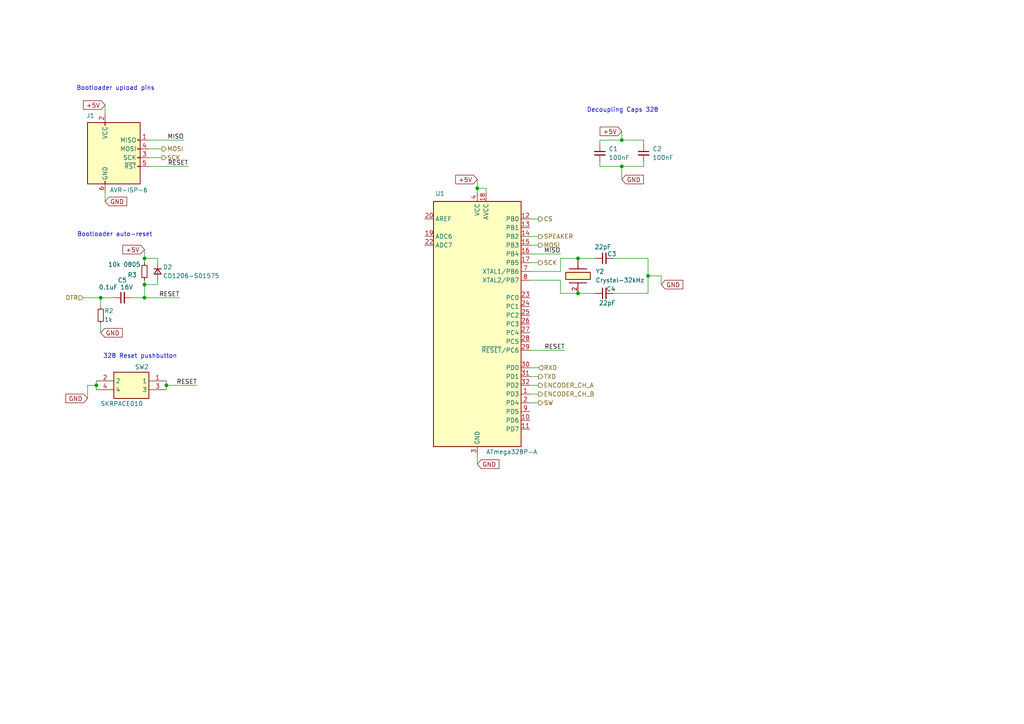
<source format=kicad_sch>
(kicad_sch (version 20250114) (generator "eeschema") (generator_version "9.0")
  (paper "A4")
  (title_block (title "Kitchen_Timer - Microcontroller") (date "2025-01-26") (rev "v01") (comment 2 "creativecommons.org/licences/4.0/") (comment 3 "Licence: CC BY 4.0") (comment 4 "Author: Nicolas Perozzi"))
  (lib_symbols
    (symbol "Connector:AVR-ISP-6" (pin_names (offset 1.016))
      (property "Reference" "J" (at -6.35 11.43 0))
      (property "Value" "AVR-ISP-6" (at 0 11.43 0))
      (symbol "AVR-ISP-6_0_1"
        (rectangle (start -2.667 10.16) (end -2.413 9.398))
        (rectangle (start -2.667 -6.858) (end -2.413 -7.62))
        (rectangle (start 7.62 10.16) (end -7.62 -7.62) (stroke (width 0.254)) (fill (type background)))
        (rectangle (start 7.62 5.207) (end 6.858 4.953))
        (rectangle (start 7.62 2.667) (end 6.858 2.413))
        (rectangle (start 7.62 0.127) (end 6.858 -0.127))
        (rectangle (start 7.62 -2.413) (end 6.858 -2.667))
      )
      (symbol "AVR-ISP-6_1_1"
        (pin passive line (at -2.54 12.7 270) (length 2.54) (name "VCC") (number "2"))
        (pin passive line (at -2.54 -10.16 90) (length 2.54) (name "GND") (number "6"))
        (pin passive line (at 10.16 5.08 180) (length 2.54) (name "MISO") (number "1"))
        (pin passive line (at 10.16 2.54 180) (length 2.54) (name "MOSI") (number "4"))
        (pin passive line (at 10.16 0 180) (length 2.54) (name "SCK") (number "3"))
        (pin passive line (at 10.16 -2.54 180) (length 2.54) (name "~{RST}") (number "5"))
      )
    )
    (symbol "Device:C_Small" (pin_numbers (hide yes)) (pin_names (offset 0.254) (hide yes))
      (property "Reference" "C" (at 0.254 1.778 0))
      (property "Value" "C_Small" (at 0.254 -2.032 0))
      (symbol "C_Small_0_1"
        (polyline (pts (xy -1.524 0.508) (xy 1.524 0.508)) (stroke (width 0.3048)))
        (polyline (pts (xy -1.524 -0.508) (xy 1.524 -0.508)) (stroke (width 0.3302)))
      )
      (symbol "C_Small_1_1"
        (pin passive line (at 0 2.54 270) (length 2.032) (name "~") (number "1"))
        (pin passive line (at 0 -2.54 90) (length 2.032) (name "~") (number "2"))
      )
    )
    (symbol "Device:D_Small" (pin_numbers (hide yes)) (pin_names (offset 0.254) (hide yes))
      (property "Reference" "D" (at -1.27 2.032 0))
      (property "Value" "D_Small" (at -3.81 -2.032 0))
      (symbol "D_Small_0_1"
        (polyline (pts (xy -0.762 0) (xy 0.762 0)))
        (polyline (pts (xy -0.762 -1.016) (xy -0.762 1.016)) (stroke (width 0.254)))
        (polyline (pts (xy 0.762 -1.016) (xy -0.762 0) (xy 0.762 1.016) (xy 0.762 -1.016)) (stroke (width 0.254)))
      )
      (symbol "D_Small_1_1"
        (pin passive line (at -2.54 0 0) (length 1.778) (name "K") (number "1"))
        (pin passive line (at 2.54 0 180) (length 1.778) (name "A") (number "2"))
      )
    )
    (symbol "Device:R_Small" (pin_numbers (hide yes)) (pin_names (offset 0.254) (hide yes))
      (property "Reference" "R" (at 0.762 0.508 0))
      (property "Value" "R_Small" (at 0.762 -1.016 0))
      (symbol "R_Small_0_1"
        (rectangle (start -0.762 1.778) (end 0.762 -1.778) (stroke (width 0.2032)))
      )
      (symbol "R_Small_1_1"
        (pin passive line (at 0 2.54 270) (length 0.762) (name "~") (number "1"))
        (pin passive line (at 0 -2.54 90) (length 0.762) (name "~") (number "2"))
      )
    )
    (symbol "MCU_Microchip_ATmega:ATmega328P-A"
      (property "Reference" "U" (at -12.7 36.83 0))
      (property "Value" "ATmega328P-A" (at 2.54 -36.83 0))
      (symbol "ATmega328P-A_0_1"
        (rectangle (start -12.7 -35.56) (end 12.7 35.56) (stroke (width 0.254)) (fill (type background)))
      )
      (symbol "ATmega328P-A_1_1"
        (pin passive line (at -15.24 30.48 0) (length 2.54) (name "AREF") (number "20"))
        (pin input line (at -15.24 25.4 0) (length 2.54) (name "ADC6") (number "19"))
        (pin input line (at -15.24 22.86 0) (length 2.54) (name "ADC7") (number "22"))
        (pin power_in line (at 0 38.1 270) (length 2.54) (name "VCC") (number "4"))
        (pin passive line (at 0 38.1 270) (length 2.54) (hide yes) (name "VCC") (number "6"))
        (pin passive line (at 0 -38.1 90) (length 2.54) (hide yes) (name "GND") (number "21"))
        (pin power_in line (at 0 -38.1 90) (length 2.54) (name "GND") (number "3"))
        (pin passive line (at 0 -38.1 90) (length 2.54) (hide yes) (name "GND") (number "5"))
        (pin power_in line (at 2.54 38.1 270) (length 2.54) (name "AVCC") (number "18"))
        (pin bidirectional line (at 15.24 30.48 180) (length 2.54) (name "PB0") (number "12"))
        (pin bidirectional line (at 15.24 27.94 180) (length 2.54) (name "PB1") (number "13"))
        (pin bidirectional line (at 15.24 25.4 180) (length 2.54) (name "PB2") (number "14"))
        (pin bidirectional line (at 15.24 22.86 180) (length 2.54) (name "PB3") (number "15"))
        (pin bidirectional line (at 15.24 20.32 180) (length 2.54) (name "PB4") (number "16"))
        (pin bidirectional line (at 15.24 17.78 180) (length 2.54) (name "PB5") (number "17"))
        (pin bidirectional line (at 15.24 15.24 180) (length 2.54) (name "XTAL1/PB6") (number "7"))
        (pin bidirectional line (at 15.24 12.7 180) (length 2.54) (name "XTAL2/PB7") (number "8"))
        (pin bidirectional line (at 15.24 7.62 180) (length 2.54) (name "PC0") (number "23"))
        (pin bidirectional line (at 15.24 5.08 180) (length 2.54) (name "PC1") (number "24"))
        (pin bidirectional line (at 15.24 2.54 180) (length 2.54) (name "PC2") (number "25"))
        (pin bidirectional line (at 15.24 0 180) (length 2.54) (name "PC3") (number "26"))
        (pin bidirectional line (at 15.24 -2.54 180) (length 2.54) (name "PC4") (number "27"))
        (pin bidirectional line (at 15.24 -5.08 180) (length 2.54) (name "PC5") (number "28"))
        (pin bidirectional line (at 15.24 -7.62 180) (length 2.54) (name "~{RESET}/PC6") (number "29"))
        (pin bidirectional line (at 15.24 -12.7 180) (length 2.54) (name "PD0") (number "30"))
        (pin bidirectional line (at 15.24 -15.24 180) (length 2.54) (name "PD1") (number "31"))
        (pin bidirectional line (at 15.24 -17.78 180) (length 2.54) (name "PD2") (number "32"))
        (pin bidirectional line (at 15.24 -20.32 180) (length 2.54) (name "PD3") (number "1"))
        (pin bidirectional line (at 15.24 -22.86 180) (length 2.54) (name "PD4") (number "2"))
        (pin bidirectional line (at 15.24 -25.4 180) (length 2.54) (name "PD5") (number "9"))
        (pin bidirectional line (at 15.24 -27.94 180) (length 2.54) (name "PD6") (number "10"))
        (pin bidirectional line (at 15.24 -30.48 180) (length 2.54) (name "PD7") (number "11"))
      )
    )
    (symbol "kitchen_timer-symbols_lib:FL26T2-32.000" (pin_names (hide yes))
      (property "Reference" "Y" (at 2.54 6.604 0))
      (property "Value" "FL26T2-32.000" (at 3.556 -4.572 0))
      (symbol "FL26T2-32.000_1_1"
        (polyline (pts (xy 3.048 2.54) (xy 3.048 -2.54)) (stroke (width 0.254)))
        (polyline (pts (xy 3.048 0) (xy 2.54 0)) (stroke (width 0.254)))
        (rectangle (start 4.064 3.556) (end 6.096 -3.556) (stroke (width 0.254)) (fill (type background)))
        (polyline (pts (xy 7.112 2.54) (xy 7.112 -2.54)) (stroke (width 0.254)))
        (polyline (pts (xy 7.112 0) (xy 7.62 0)) (stroke (width 0.254)))
        (pin passive line (at 0 0 0) (length 2.54) (name "CRYSTAL_2") (number "2"))
        (pin passive line (at 10.16 0 180) (length 2.54) (name "") (number ""))
      )
    )
    (symbol "kitchen_timer-symbols_lib:SKRPACE010"
      (property "Reference" "SW" (at 5.334 4.318 0))
      (property "Value" "SKRPACE010" (at 5.334 -5.842 0))
      (symbol "SKRPACE010_1_1"
        (rectangle (start 5.08 2.54) (end 15.24 -5.08) (stroke (width 0.254)) (fill (type background)))
        (pin passive line (at 0 0 0) (length 5.08) (name "1") (number "1"))
        (pin passive line (at 0 -2.54 0) (length 5.08) (name "3") (number "3"))
        (pin passive line (at 20.32 0 180) (length 5.08) (name "2") (number "2"))
        (pin passive line (at 20.32 -2.54 180) (length 5.08) (name "4") (number "4"))
      )
    )
  )
  (text "Bootloader auto-reset" (at 33.274 68.072 0) (effects (font (size 1.27 1.27))))
  (text "Decoupling Caps 328" (at 180.594 32.004 0) (effects (font (size 1.27 1.27))))
  (text "328 Reset pushbutton" (at 40.64 103.378 0) (effects (font (size 1.27 1.27))))
  (text "Bootloader upload pins" (at 33.528 25.654 0) (effects (font (size 1.27 1.27))))
  (junction (at 41.91 82.55))
  (junction (at 138.43 54.61))
  (junction (at 41.91 86.36))
  (junction (at 29.21 86.36))
  (junction (at 187.96 80.01))
  (junction (at 180.34 48.26))
  (junction (at 167.64 85.09))
  (junction (at 180.34 40.64))
  (junction (at 167.64 74.93))
  (junction (at 41.91 74.93))
  (junction (at 27.94 111.76))
  (junction (at 48.26 111.76))
  (wire (pts (xy 41.91 82.55) (xy 45.72 82.55)))
  (wire (pts (xy 153.67 68.58) (xy 156.21 68.58)))
  (wire (pts (xy 153.67 78.74) (xy 162.56 78.74)))
  (wire (pts (xy 187.96 80.01) (xy 187.96 85.09)))
  (wire (pts (xy 156.21 116.84) (xy 153.67 116.84)))
  (wire (pts (xy 43.18 43.18) (xy 46.99 43.18)))
  (wire (pts (xy 140.97 54.61) (xy 138.43 54.61)))
  (wire (pts (xy 57.15 111.76) (xy 48.26 111.76)))
  (wire (pts (xy 191.77 80.01) (xy 191.77 82.55)))
  (wire (pts (xy 41.91 74.93) (xy 41.91 76.2)))
  (wire (pts (xy 186.69 46.99) (xy 186.69 48.26)))
  (wire (pts (xy 186.69 40.64) (xy 186.69 41.91)))
  (wire (pts (xy 156.21 106.68) (xy 153.67 106.68)))
  (wire (pts (xy 25.4 111.76) (xy 25.4 115.57)))
  (wire (pts (xy 29.21 86.36) (xy 29.21 88.9)))
  (wire (pts (xy 140.97 55.88) (xy 140.97 54.61)))
  (wire (pts (xy 30.48 55.88) (xy 30.48 58.42)))
  (wire (pts (xy 180.34 38.1) (xy 180.34 40.64)))
  (wire (pts (xy 138.43 132.08) (xy 138.43 134.62)))
  (wire (pts (xy 173.99 40.64) (xy 180.34 40.64)))
  (wire (pts (xy 180.34 48.26) (xy 186.69 48.26)))
  (wire (pts (xy 41.91 86.36) (xy 41.91 82.55)))
  (wire (pts (xy 41.91 72.39) (xy 41.91 74.93)))
  (wire (pts (xy 162.56 85.09) (xy 167.64 85.09)))
  (wire (pts (xy 156.21 109.22) (xy 153.67 109.22)))
  (wire (pts (xy 138.43 54.61) (xy 138.43 55.88)))
  (wire (pts (xy 191.77 80.01) (xy 187.96 80.01)))
  (wire (pts (xy 173.99 46.99) (xy 173.99 48.26)))
  (wire (pts (xy 30.48 30.48) (xy 30.48 33.02)))
  (wire (pts (xy 173.99 48.26) (xy 180.34 48.26)))
  (wire (pts (xy 29.21 93.98) (xy 29.21 96.52)))
  (wire (pts (xy 156.21 114.3) (xy 153.67 114.3)))
  (wire (pts (xy 45.72 74.93) (xy 45.72 76.2)))
  (wire (pts (xy 162.56 81.28) (xy 153.67 81.28)))
  (wire (pts (xy 38.1 86.36) (xy 41.91 86.36)))
  (wire (pts (xy 173.99 41.91) (xy 173.99 40.64)))
  (wire (pts (xy 153.67 101.6) (xy 163.83 101.6)))
  (wire (pts (xy 43.18 40.64) (xy 53.34 40.64)))
  (wire (pts (xy 187.96 85.09) (xy 177.8 85.09)))
  (wire (pts (xy 162.56 74.93) (xy 162.56 78.74)))
  (wire (pts (xy 138.43 52.07) (xy 138.43 54.61)))
  (wire (pts (xy 43.18 45.72) (xy 46.99 45.72)))
  (wire (pts (xy 153.67 73.66) (xy 162.56 73.66)))
  (wire (pts (xy 153.67 63.5) (xy 156.21 63.5)))
  (wire (pts (xy 180.34 40.64) (xy 186.69 40.64)))
  (wire (pts (xy 180.34 48.26) (xy 180.34 52.07)))
  (wire (pts (xy 187.96 74.93) (xy 187.96 80.01)))
  (wire (pts (xy 153.67 76.2) (xy 156.21 76.2)))
  (wire (pts (xy 41.91 86.36) (xy 52.07 86.36)))
  (wire (pts (xy 153.67 71.12) (xy 156.21 71.12)))
  (wire (pts (xy 156.21 111.76) (xy 153.67 111.76)))
  (wire (pts (xy 41.91 82.55) (xy 41.91 81.28)))
  (wire (pts (xy 27.94 111.76) (xy 25.4 111.76)))
  (wire (pts (xy 27.94 111.76) (xy 27.94 113.03)))
  (wire (pts (xy 177.8 74.93) (xy 187.96 74.93)))
  (wire (pts (xy 162.56 81.28) (xy 162.56 85.09)))
  (wire (pts (xy 41.91 74.93) (xy 45.72 74.93)))
  (wire (pts (xy 167.64 74.93) (xy 172.72 74.93)))
  (wire (pts (xy 45.72 82.55) (xy 45.72 81.28)))
  (wire (pts (xy 27.94 110.49) (xy 27.94 111.76)))
  (wire (pts (xy 48.26 110.49) (xy 48.26 111.76)))
  (wire (pts (xy 48.26 111.76) (xy 48.26 113.03)))
  (wire (pts (xy 43.18 48.26) (xy 54.61 48.26)))
  (wire (pts (xy 29.21 86.36) (xy 33.02 86.36)))
  (wire (pts (xy 24.13 86.36) (xy 29.21 86.36)))
  (wire (pts (xy 162.56 74.93) (xy 167.64 74.93)))
  (wire (pts (xy 167.64 85.09) (xy 172.72 85.09)))
  (label "MISO" (at 162.56 73.66 180))
  (label "RESET" (at 163.83 101.6 180))
  (label "RESET" (at 57.15 111.76 180))
  (label "MISO" (at 53.34 40.64 180))
  (label "RESET" (at 54.61 48.26 180))
  (label "RESET" (at 52.07 86.36 180))
  (global_label "+5V" (shape input) (at 180.34 38.1 180) (property "Intersheetrefs" "${INTERSHEET_REFS}" (effects (hide yes))))
  (global_label "GND" (shape input) (at 30.48 58.42 0) (property "Intersheetrefs" "${INTERSHEET_REFS}" (effects (hide yes))))
  (global_label "GND" (shape input) (at 138.43 134.62 0) (property "Intersheetrefs" "${INTERSHEET_REFS}" (effects (hide yes))))
  (global_label "+5V" (shape input) (at 30.48 30.48 180) (property "Intersheetrefs" "${INTERSHEET_REFS}" (effects (hide yes))))
  (global_label "GND" (shape input) (at 25.4 115.57 180) (property "Intersheetrefs" "${INTERSHEET_REFS}" (effects (hide yes))))
  (global_label "+5V" (shape input) (at 138.43 52.07 180) (property "Intersheetrefs" "${INTERSHEET_REFS}" (effects (hide yes))))
  (global_label "GND" (shape input) (at 29.21 96.52 0) (property "Intersheetrefs" "${INTERSHEET_REFS}" (effects (hide yes))))
  (global_label "+5V" (shape input) (at 41.91 72.39 180) (property "Intersheetrefs" "${INTERSHEET_REFS}" (effects (hide yes))))
  (global_label "GND" (shape input) (at 191.77 82.55 0) (property "Intersheetrefs" "${INTERSHEET_REFS}" (effects (hide yes))))
  (global_label "GND" (shape input) (at 180.34 52.07 0) (property "Intersheetrefs" "${INTERSHEET_REFS}" (effects (hide yes))))
  (hierarchical_label "SCK" (shape output) (at 46.99 45.72 0))
  (hierarchical_label "DTR" (shape input) (at 24.13 86.36 180))
  (hierarchical_label "TXD" (shape output) (at 156.21 109.22 0))
  (hierarchical_label "MOSI" (shape output) (at 46.99 43.18 0))
  (hierarchical_label "RXD" (shape input) (at 156.21 106.68 0))
  (hierarchical_label "SCK" (shape output) (at 156.21 76.2 0))
  (hierarchical_label "MOSI" (shape output) (at 156.21 71.12 0))
  (hierarchical_label "ENCODER_CH_B" (shape output) (at 156.21 114.3 0))
  (hierarchical_label "CS" (shape output) (at 156.21 63.5 0))
  (hierarchical_label "ENCODER_CH_A" (shape output) (at 156.21 111.76 0))
  (hierarchical_label "SW" (shape output) (at 156.21 116.84 0))
  (hierarchical_label "SPEAKER" (shape output) (at 156.21 68.58 0))
  (symbol (lib_id "kitchen_timer-symbols_lib:FL26T2-32.000") (at 167.64 85.09 90) (unit 1)
    (property "Reference" "Y2" (at 172.72 78.7399 90) (effects (justify right)))
    (property "Value" "Crystal-32kHz" (at 172.72 81.2799 90) (effects (justify right)))
    (property "Footprint" "kitchen_timer:FL26T2-32.000" (effects (hide yes)))
    (property "Datasheet" "https://wmsc.lcsc.com/wmsc/upload/file/pdf/v2/lcsc/2205251416_HCI-FL26T2-32-000-NTLLLDTL_C3013591.pdf" (effects (hide yes)))
    (property "Description" "32kHz Plug-in crystal oscillator 12.5pF ±20ppm ±20ppm DT-26 Crystals ROHS" (effects (hide yes)))
    (property "Manufacturer_Name" "HCI" (effects (hide yes)))
    (property "Manufacturer_Part_Number" " FL26T2-32.000-NTLLLDTL" (effects (hide yes)))
    (property "Supplier Link" "https://jlcpcb.com/parts/1st/Crystals_Oscillators_Resonators_7" (effects (hide yes)))
    (property "Price/unit" " $0.2669" (effects (hide yes)))
    (property "Part Num" " FL26T2-32.000-NTLLLDTL" (effects (hide yes)))
    (property "Package" " DT-26" (effects (hide yes)))
  )
  (symbol (lib_id "Connector:AVR-ISP-6") (at 33.02 45.72 0) (unit 1)
    (property "Reference" "J1" (at 27.432 33.528 0) (effects (justify right)))
    (property "Value" "AVR-ISP-6" (at 42.926 55.118 0) (effects (justify right)))
    (property "Description" "Atmel 6-pin ISP connector" (effects (hide yes)))
  )
  (symbol (lib_id "Device:R_Small") (at 41.91 78.74 0) (unit 1)
    (property "Reference" "R3" (at 38.354 79.756 0))
    (property "Value" "10k 0805" (at 36.068 76.708 0))
    (property "Datasheet" "https://jlcpcb.com/api/file/downloadByFileSystemAccessId/8562006748401074176" (effects (hide yes)))
    (property "Description" "Resistor" (effects (hide yes)))
    (property "Supplier Link" "https://jlcpcb.com/partdetail/18102-0805W8F1002T5E/C17414" (effects (hide yes)))
    (property "Price/unit" "$0.0017" (effects (hide yes)))
    (property "Part Num" "0805W8F1002T5E" (effects (hide yes)))
    (property "Package" "0805" (effects (hide yes)))
  )
  (symbol (lib_id "Device:C_Small") (at 173.99 44.45 0) (unit 1)
    (property "Reference" "C1" (at 176.53 43.1862 0) (effects (justify left)))
    (property "Value" "100nF" (at 176.53 45.7262 0) (effects (justify left)))
    (property "Description" "Unpolarized capacitor, small symbol" (effects (hide yes)))
  )
  (symbol (lib_id "Device:C_Small") (at 175.26 85.09 90) (unit 1)
    (property "Reference" "C4" (at 178.562 83.82 90) (effects (justify left)))
    (property "Value" "22pF" (at 178.562 87.884 90) (effects (justify left)))
    (property "Description" "Unpolarized capacitor, small symbol" (effects (hide yes)))
  )
  (symbol (lib_id "Device:C_Small") (at 35.56 86.36 90) (unit 1)
    (property "Reference" "C5" (at 36.83 81.28 90) (effects (justify left)))
    (property "Value" "0.1uF 16V" (at 38.608 83.312 90) (effects (justify left)))
    (property "Datasheet" "https://wmsc.lcsc.com/wmsc/upload/file/pdf/v2/lcsc/2304140030_Murata-Electronics-GRM21BR71H104KA01L_C77082.pdf" (effects (hide yes)))
    (property "Description" "Unpolarized capacitor, small symbol" (effects (hide yes)))
    (property "Package" "0805" (effects (hide yes)))
    (property "Part Num" "GRM21BR71H104KA01L" (effects (hide yes)))
    (property "Price/unit" "$0.0097" (effects (hide yes)))
    (property "Supplier Link" "https://jlcpcb.com/partdetail/MurataElectronics-GRM21BR71H104KA01L/C77082" (effects (hide yes)))
  )
  (symbol (lib_id "MCU_Microchip_ATmega:ATmega328P-A") (at 138.43 93.98 0) (unit 1)
    (property "Reference" "U1" (at 126.238 56.134 0) (effects (justify left)))
    (property "Value" "ATmega328P-A" (at 140.97 131.064 0) (effects (justify left)))
    (property "Footprint" "Package_QFP:TQFP-32_7x7mm_P0.8mm" (effects (hide yes)))
    (property "Datasheet" "https://www.lcsc.com/datasheet/lcsc_datasheet_2410010303_Microchip-Tech-ATMEGA328P-AU_C14877.pdf" (effects (hide yes)))
    (property "Description" "20MHz, 32kB Flash, 2kB SRAM, 1kB EEPROM, TQFP-32" (effects (hide yes)))
    (property "Supplier Link" "https://jlcpcb.com/partdetail/MicrochipTech-ATMEGA328PAU/C14877" (effects (hide yes)))
    (property "Price/unit" "$2.2845" (effects (hide yes)))
    (property "Part Num" "ATMEGA328P-AU" (effects (hide yes)))
    (property "Package" "TQFP-32(7x7)" (effects (hide yes)))
  )
  (symbol (lib_id "Device:D_Small") (at 45.72 78.74 270) (unit 1)
    (property "Reference" "D2" (at 47.244 77.47 90) (effects (justify left)))
    (property "Value" "CD1206-S01575" (at 47.244 80.01 90) (effects (justify left)))
    (property "Description" "Diode, small symbol" (effects (hide yes)))
    (property "Sim.Device" "D" (effects (hide yes)))
    (property "Sim.Pins" "1=K 2=A" (effects (hide yes)))
  )
  (symbol (lib_id "Device:C_Small") (at 175.26 74.93 90) (unit 1)
    (property "Reference" "C3" (at 178.816 73.66 90) (effects (justify left)))
    (property "Value" "22pF" (at 177.292 71.628 90) (effects (justify left)))
    (property "Description" "Unpolarized capacitor, small symbol" (effects (hide yes)))
  )
  (symbol (lib_id "Device:R_Small") (at 29.21 91.44 0) (unit 1)
    (property "Reference" "R2" (at 30.226 90.17 0) (effects (justify left)))
    (property "Value" "1k" (at 30.226 92.71 0) (effects (justify left)))
    (property "Description" "Resistor, small symbol" (effects (hide yes)))
  )
  (symbol (lib_id "kitchen_timer-symbols_lib:SKRPACE010") (at 48.26 110.49 0) (mirror y) (unit 1)
    (property "Reference" "SW2" (at 41.148 106.426 0))
    (property "Value" "SKRPACE010" (at 35.306 117.094 0))
    (property "Datasheet" "https://www.lcsc.com/datasheet/lcsc_datasheet_1811051610_ALPSALPINE-SKRPACE010_C139797.pdf" (effects (hide yes)))
    (property "Description" "Tactile Switches 4.2x3.2x2.5mm 260gf" (effects (hide yes)))
    (property "Mouser Part Number" "688-SKRPACE010" (effects (hide yes)))
    (property "Mouser Price/Stock" "https://www.mouser.co.uk/ProductDetail/Alps-Alpine/SKRPACE010?qs=dHDuPHwQO79W8iY66hDbLQ%3D%3D" (effects (hide yes)))
    (property "Manufacturer_Name" "ALPS Electric" (effects (hide yes)))
    (property "Manufacturer_Part_Number" "SKRPACE010" (effects (hide yes)))
    (property "Supplier Link" "https://jlcpcb.com/partdetail/Alpsalpine-SKRPACE010/C139797" (effects (hide yes)))
    (property "Price/unit" " $0.0573" (effects (hide yes)))
    (property "Part Num" "SKRPACE010" (effects (hide yes)))
    (property "Package" "SMD" (effects (hide yes)))
  )
  (symbol (lib_id "Device:C_Small") (at 186.69 44.45 0) (unit 1)
    (property "Reference" "C2" (at 189.23 43.1862 0) (effects (justify left)))
    (property "Value" "100nF" (at 189.23 45.7262 0) (effects (justify left)))
    (property "Description" "Unpolarized capacitor, small symbol" (effects (hide yes)))
  )
)
</source>
